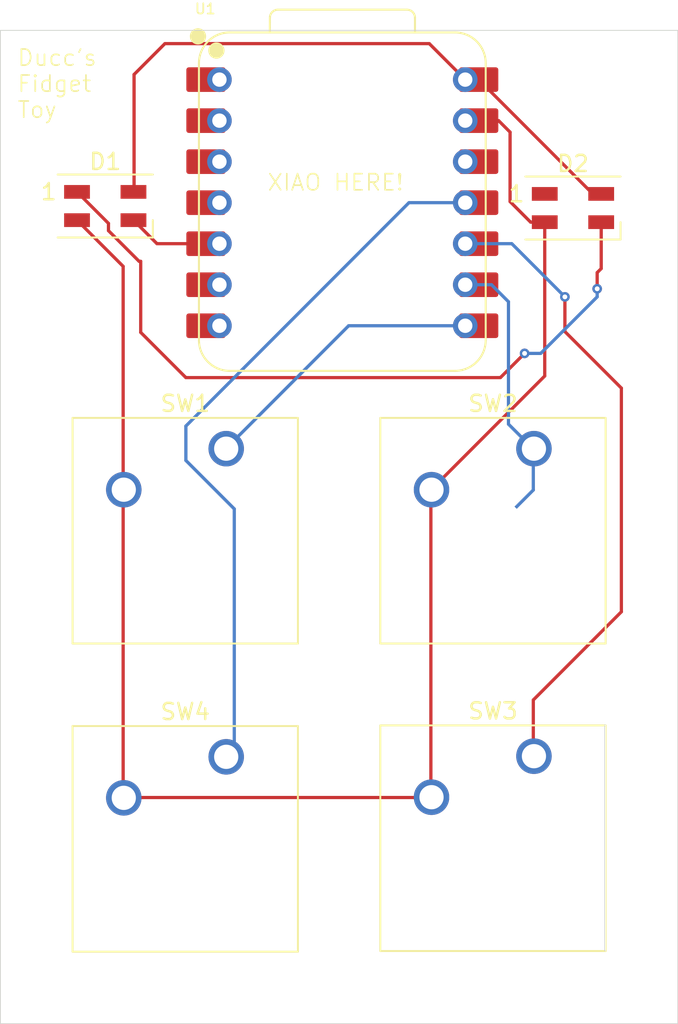
<source format=kicad_pcb>
(kicad_pcb (version 20240108) (generator "pcbnew") (generator_version "8.0")
  (layers (0 "F.Cu" signal) (31 "B.Cu" signal) (34 "B.Paste" user) (35 "F.Paste" user) (36 "B.SilkS" user "B.Silkscreen") (37 "F.SilkS" user "F.Silkscreen") (38 "B.Mask" user) (39 "F.Mask" user) (44 "Edge.Cuts" user))
  (net 0 "")
  (net 1 "Net-(D1-DIN)")
  (net 2 "Net-(D1-DOUT)")
  (net 3 "GND")
  (net 4 "+5V")
  (net 6 "Net-(U1-GPIO1{slash}RX)")
  (net 7 "Net-(U1-GPIO2{slash}SCK)")
  (net 8 "Net-(U1-GPIO4{slash}MISO)")
  (net 9 "Net-(U1-GPIO3{slash}MOSI)")
  (footprint "LED_SMD:LED_SK6812MINI_PLCC4_3.5x3.5mm_P1.75mm" (layer "F.Cu") (at 95 39.375)
    (property "Reference" "D1" (at 0 -2.75 0) (layer "F.SilkS"))
    (property "Value" "SK6812MINI")
    (fp_line (start -2.95 -1.95) (end 2.95 -1.95) (stroke (width 0.12)) (layer "F.SilkS"))
    (fp_line (start -2.95 1.95) (end 2.95 1.95) (stroke (width 0.12)) (layer "F.SilkS"))
    (fp_line (start 2.95 1.95) (end 2.95 0.875) (stroke (width 0.12)) (layer "F.SilkS"))
    (fp_text user "1" (at -3.5 -0.875 0) (layer "F.SilkS"))
    (pad "1" smd rect (at -1.75 -0.875) (size 1.6 0.85) (layers "F.Cu" "F.Paste" "F.Mask") (net 2 "Net-(D1-DOUT)"))
    (pad "2" smd rect (at -1.75 0.875) (size 1.6 0.85) (layers "F.Cu" "F.Paste" "F.Mask") (net 3 "GND"))
    (pad "3" smd rect (at 1.75 0.875) (size 1.6 0.85) (layers "F.Cu" "F.Paste" "F.Mask") (net 1 "Net-(D1-DIN)"))
    (pad "4" smd rect (at 1.75 -0.875) (size 1.6 0.85) (layers "F.Cu" "F.Paste" "F.Mask") (net 4 "+5V"))
  )
  (footprint "Button_Switch_Keyboard:SW_Cherry_MX_1.00u_PCB" (layer "F.Cu") (at 121.58 73.44)
    (property "Reference" "SW3" (at -2.54 -2.794 0) (layer "F.SilkS"))
    (property "Value" "SW_Push")
    (fp_line (start -9.525 -1.905) (end 4.445 -1.905) (stroke (width 0.12)) (layer "F.SilkS"))
    (fp_line (start -9.525 12.065) (end -9.525 -1.905) (stroke (width 0.12)) (layer "F.SilkS"))
    (fp_line (start 4.445 -1.905) (end 4.445 12.065) (stroke (width 0.12)) (layer "F.SilkS"))
    (fp_line (start 4.445 12.065) (end -9.525 12.065) (stroke (width 0.12)) (layer "F.SilkS"))
    (pad "" np_thru_hole circle (at -7.62 5.08) (size 1.7 1.7) (drill 1.7) (layers "*.Cu" "*.Mask"))
    (pad "" np_thru_hole circle (at -2.54 5.08) (size 4 4) (drill 4) (layers "*.Cu" "*.Mask"))
    (pad "" np_thru_hole circle (at 2.54 5.08) (size 1.7 1.7) (drill 1.7) (layers "*.Cu" "*.Mask"))
    (pad "1" thru_hole circle (at 0 0) (size 2.2 2.2) (drill 1.5) (layers "*.Cu" "*.Mask") (net 8 "Net-(U1-GPIO4{slash}MISO)"))
    (pad "2" thru_hole circle (at -6.35 2.54) (size 2.2 2.2) (drill 1.5) (layers "*.Cu" "*.Mask") (net 3 "GND"))
  )
  (footprint "Button_Switch_Keyboard:SW_Cherry_MX_1.00u_PCB" (layer "F.Cu") (at 121.58 54.4)
    (property "Reference" "SW2" (at -2.54 -2.794 0) (layer "F.SilkS"))
    (property "Value" "SW_Push")
    (fp_line (start -9.525 -1.905) (end 4.445 -1.905) (stroke (width 0.12)) (layer "F.SilkS"))
    (fp_line (start -9.525 12.065) (end -9.525 -1.905) (stroke (width 0.12)) (layer "F.SilkS"))
    (fp_line (start 4.445 -1.905) (end 4.445 12.065) (stroke (width 0.12)) (layer "F.SilkS"))
    (fp_line (start 4.445 12.065) (end -9.525 12.065) (stroke (width 0.12)) (layer "F.SilkS"))
    (pad "" np_thru_hole circle (at -7.62 5.08) (size 1.7 1.7) (drill 1.7) (layers "*.Cu" "*.Mask"))
    (pad "" np_thru_hole circle (at -2.54 5.08) (size 4 4) (drill 4) (layers "*.Cu" "*.Mask"))
    (pad "" np_thru_hole circle (at 2.54 5.08) (size 1.7 1.7) (drill 1.7) (layers "*.Cu" "*.Mask"))
    (pad "1" thru_hole circle (at 0 0) (size 2.2 2.2) (drill 1.5) (layers "*.Cu" "*.Mask") (net 7 "Net-(U1-GPIO2{slash}SCK)"))
    (pad "2" thru_hole circle (at -6.35 2.54) (size 2.2 2.2) (drill 1.5) (layers "*.Cu" "*.Mask") (net 3 "GND"))
  )
  (footprint "LED_SMD:LED_SK6812MINI_PLCC4_3.5x3.5mm_P1.75mm" (layer "F.Cu") (at 124 39.5)
    (property "Reference" "D2" (at 0 -2.75 0) (layer "F.SilkS"))
    (property "Value" "SK6812MINI")
    (fp_line (start -2.95 -1.95) (end 2.95 -1.95) (stroke (width 0.12)) (layer "F.SilkS"))
    (fp_line (start -2.95 1.95) (end 2.95 1.95) (stroke (width 0.12)) (layer "F.SilkS"))
    (fp_line (start 2.95 1.95) (end 2.95 0.875) (stroke (width 0.12)) (layer "F.SilkS"))
    (fp_text user "1" (at -3.5 -0.875 0) (layer "F.SilkS"))
    (pad "1" smd rect (at -1.75 -0.875) (size 1.6 0.85) (layers "F.Cu" "F.Paste" "F.Mask"))
    (pad "2" smd rect (at -1.75 0.875) (size 1.6 0.85) (layers "F.Cu" "F.Paste" "F.Mask") (net 3 "GND"))
    (pad "3" smd rect (at 1.75 0.875) (size 1.6 0.85) (layers "F.Cu" "F.Paste" "F.Mask") (net 2 "Net-(D1-DOUT)"))
    (pad "4" smd rect (at 1.75 -0.875) (size 1.6 0.85) (layers "F.Cu" "F.Paste" "F.Mask") (net 4 "+5V"))
  )
  (footprint "Button_Switch_Keyboard:SW_Cherry_MX_1.00u_PCB" (layer "F.Cu") (at 102.5 73.48)
    (property "Reference" "SW4" (at -2.54 -2.794 0) (layer "F.SilkS"))
    (property "Value" "SW_Push")
    (fp_line (start -9.525 -1.905) (end 4.445 -1.905) (stroke (width 0.12)) (layer "F.SilkS"))
    (fp_line (start -9.525 12.065) (end -9.525 -1.905) (stroke (width 0.12)) (layer "F.SilkS"))
    (fp_line (start 4.445 -1.905) (end 4.445 12.065) (stroke (width 0.12)) (layer "F.SilkS"))
    (fp_line (start 4.445 12.065) (end -9.525 12.065) (stroke (width 0.12)) (layer "F.SilkS"))
    (pad "" np_thru_hole circle (at -7.62 5.08) (size 1.7 1.7) (drill 1.7) (layers "*.Cu" "*.Mask"))
    (pad "" np_thru_hole circle (at -2.54 5.08) (size 4 4) (drill 4) (layers "*.Cu" "*.Mask"))
    (pad "" np_thru_hole circle (at 2.54 5.08) (size 1.7 1.7) (drill 1.7) (layers "*.Cu" "*.Mask"))
    (pad "1" thru_hole circle (at 0 0) (size 2.2 2.2) (drill 1.5) (layers "*.Cu" "*.Mask") (net 9 "Net-(U1-GPIO3{slash}MOSI)"))
    (pad "2" thru_hole circle (at -6.35 2.54) (size 2.2 2.2) (drill 1.5) (layers "*.Cu" "*.Mask") (net 3 "GND"))
  )
  (footprint "Button_Switch_Keyboard:SW_Cherry_MX_1.00u_PCB" (layer "F.Cu") (at 102.5 54.4)
    (property "Reference" "SW1" (at -2.54 -2.794 0) (layer "F.SilkS"))
    (property "Value" "SW_Push")
    (fp_line (start -9.525 -1.905) (end 4.445 -1.905) (stroke (width 0.12)) (layer "F.SilkS"))
    (fp_line (start -9.525 12.065) (end -9.525 -1.905) (stroke (width 0.12)) (layer "F.SilkS"))
    (fp_line (start 4.445 -1.905) (end 4.445 12.065) (stroke (width 0.12)) (layer "F.SilkS"))
    (fp_line (start 4.445 12.065) (end -9.525 12.065) (stroke (width 0.12)) (layer "F.SilkS"))
    (pad "" np_thru_hole circle (at -7.62 5.08) (size 1.7 1.7) (drill 1.7) (layers "*.Cu" "*.Mask"))
    (pad "" np_thru_hole circle (at -2.54 5.08) (size 4 4) (drill 4) (layers "*.Cu" "*.Mask"))
    (pad "" np_thru_hole circle (at 2.54 5.08) (size 1.7 1.7) (drill 1.7) (layers "*.Cu" "*.Mask"))
    (pad "1" thru_hole circle (at 0 0) (size 2.2 2.2) (drill 1.5) (layers "*.Cu" "*.Mask") (net 6 "Net-(U1-GPIO1{slash}RX)"))
    (pad "2" thru_hole circle (at -6.35 2.54) (size 2.2 2.2) (drill 1.5) (layers "*.Cu" "*.Mask") (net 3 "GND"))
  )
  (footprint "OPL:XIAO-RP2040-DIP" (layer "F.Cu") (at 109.7 39.1685)
    (property "Reference" "U1" (at -8.5 -12 0) (layer "F.SilkS") (effects (font (size 0.635 0.635) (thickness 0.1016))))
    (property "Value" "XIAO-RP2040-DIP")
    (fp_line (start -8.89 8.509) (end -8.89 -8.636) (stroke (width 0.127)) (layer "F.SilkS"))
    (fp_line (start -6.985 10.414) (end 6.985 10.414) (stroke (width 0.127)) (layer "F.SilkS"))
    (fp_line (start -4.495 -10.541) (end -4.491272 -11.451272) (stroke (width 0.127)) (layer "F.SilkS"))
    (fp_line (start -3.991272 -11.951) (end 4.004 -11.951) (stroke (width 0.127)) (layer "F.SilkS"))
    (fp_line (start 4.504 -11.451) (end 4.504 -10.541) (stroke (width 0.127)) (layer "F.SilkS"))
    (fp_line (start 6.985 -10.541) (end -6.985 -10.541) (stroke (width 0.1)) (layer "F.SilkS"))
    (fp_line (start 6.985 -10.541) (end -6.985 -10.541) (stroke (width 0.127)) (layer "F.SilkS"))
    (fp_line (start 8.89 8.509) (end 8.89 -8.636) (stroke (width 0.127)) (layer "F.SilkS"))
    (fp_arc (start -8.89 -8.636) (mid -8.332038 -9.983038) (end -6.985 -10.541) (stroke (width 0.127)) (layer "F.SilkS"))
    (fp_arc (start -6.985 10.414) (mid -8.332038 9.856038) (end -8.89 8.509) (stroke (width 0.127)) (layer "F.SilkS"))
    (fp_arc (start -4.491272 -11.451272) (mid -4.344724 -11.804644) (end -3.991272 -11.951) (stroke (width 0.127)) (layer "F.SilkS"))
    (fp_arc (start 4.004 -11.951) (mid 4.357553 -11.804553) (end 4.504 -11.451) (stroke (width 0.127)) (layer "F.SilkS"))
    (fp_arc (start 6.985 -10.541) (mid 8.332038 -9.983038) (end 8.89 -8.636) (stroke (width 0.127)) (layer "F.SilkS"))
    (fp_arc (start 8.89 8.509) (mid 8.332038 9.856038) (end 6.985 10.414) (stroke (width 0.127)) (layer "F.SilkS"))
    (fp_circle (center -8.95 -10.3) (end -8.95 -10.554) (stroke (width 0.5)) (fill solid) (layer "F.SilkS"))
    (fp_circle (center -7.807 -9.42) (end -7.807 -9.674) (stroke (width 0.5)) (fill solid) (layer "F.SilkS"))
    (pad "1" smd roundrect (at -8.455 -7.62 180) (size 2.432 1.524) (layers "F.Cu" "F.Mask") (roundrect_rratio 0.1))
    (pad "1" thru_hole circle (at -7.62 -7.62 180) (size 1.524 1.524) (drill 0.889) (layers "*.Cu" "*.Mask"))
    (pad "2" smd roundrect (at -8.455 -5.08 180) (size 2.432 1.524) (layers "F.Cu" "F.Mask") (roundrect_rratio 0.1))
    (pad "2" thru_hole circle (at -7.62 -5.08 180) (size 1.524 1.524) (drill 0.889) (layers "*.Cu" "*.Mask"))
    (pad "3" smd roundrect (at -8.455 -2.54 180) (size 2.432 1.524) (layers "F.Cu" "F.Mask") (roundrect_rratio 0.1))
    (pad "3" thru_hole circle (at -7.62 -2.54 180) (size 1.524 1.524) (drill 0.889) (layers "*.Cu" "*.Mask"))
    (pad "4" smd roundrect (at -8.455 0 180) (size 2.432 1.524) (layers "F.Cu" "F.Mask") (roundrect_rratio 0.1))
    (pad "4" thru_hole circle (at -7.62 0 180) (size 1.524 1.524) (drill 0.889) (layers "*.Cu" "*.Mask"))
    (pad "5" smd roundrect (at -8.455 2.54 180) (size 2.432 1.524) (layers "F.Cu" "F.Mask") (roundrect_rratio 0.1) (net 1 "Net-(D1-DIN)"))
    (pad "5" thru_hole circle (at -7.62 2.54 180) (size 1.524 1.524) (drill 0.889) (layers "*.Cu" "*.Mask") (net 1 "Net-(D1-DIN)"))
    (pad "6" smd roundrect (at -8.455 5.08 180) (size 2.432 1.524) (layers "F.Cu" "F.Mask") (roundrect_rratio 0.1))
    (pad "6" thru_hole circle (at -7.62 5.08 180) (size 1.524 1.524) (drill 0.889) (layers "*.Cu" "*.Mask"))
    (pad "7" smd roundrect (at -8.455 7.62 180) (size 2.432 1.524) (layers "F.Cu" "F.Mask") (roundrect_rratio 0.1))
    (pad "7" thru_hole circle (at -7.62 7.62 180) (size 1.524 1.524) (drill 0.889) (layers "*.Cu" "*.Mask"))
    (pad "8" thru_hole circle (at 7.62 7.62) (size 1.524 1.524) (drill 0.889) (layers "*.Cu" "*.Mask") (net 6 "Net-(U1-GPIO1{slash}RX)"))
    (pad "8" smd roundrect (at 8.455 7.62) (size 2.432 1.524) (layers "F.Cu" "F.Mask") (roundrect_rratio 0.1) (net 6 "Net-(U1-GPIO1{slash}RX)"))
    (pad "9" thru_hole circle (at 7.62 5.08) (size 1.524 1.524) (drill 0.889) (layers "*.Cu" "*.Mask") (net 7 "Net-(U1-GPIO2{slash}SCK)"))
    (pad "9" smd roundrect (at 8.455 5.08) (size 2.432 1.524) (layers "F.Cu" "F.Mask") (roundrect_rratio 0.1) (net 7 "Net-(U1-GPIO2{slash}SCK)"))
    (pad "10" thru_hole circle (at 7.62 2.54) (size 1.524 1.524) (drill 0.889) (layers "*.Cu" "*.Mask") (net 8 "Net-(U1-GPIO4{slash}MISO)"))
    (pad "10" smd roundrect (at 8.455 2.54) (size 2.432 1.524) (layers "F.Cu" "F.Mask") (roundrect_rratio 0.1) (net 8 "Net-(U1-GPIO4{slash}MISO)"))
    (pad "11" thru_hole circle (at 7.62 0) (size 1.524 1.524) (drill 0.889) (layers "*.Cu" "*.Mask") (net 9 "Net-(U1-GPIO3{slash}MOSI)"))
    (pad "11" smd roundrect (at 8.455 0) (size 2.432 1.524) (layers "F.Cu" "F.Mask") (roundrect_rratio 0.1) (net 9 "Net-(U1-GPIO3{slash}MOSI)"))
    (pad "12" thru_hole circle (at 7.62 -2.54) (size 1.524 1.524) (drill 0.889) (layers "*.Cu" "*.Mask"))
    (pad "12" smd roundrect (at 8.455 -2.54) (size 2.432 1.524) (layers "F.Cu" "F.Mask") (roundrect_rratio 0.1))
    (pad "13" thru_hole circle (at 7.62 -5.08) (size 1.524 1.524) (drill 0.889) (layers "*.Cu" "*.Mask") (net 3 "GND"))
    (pad "13" smd roundrect (at 8.455 -5.08) (size 2.432 1.524) (layers "F.Cu" "F.Mask") (roundrect_rratio 0.1) (net 3 "GND"))
    (pad "14" thru_hole circle (at 7.62 -7.62) (size 1.524 1.524) (drill 0.889) (layers "*.Cu" "*.Mask") (net 4 "+5V"))
    (pad "14" smd roundrect (at 8.455 -7.62) (size 2.432 1.524) (layers "F.Cu" "F.Mask") (roundrect_rratio 0.1) (net 4 "+5V"))
  )
  (gr_rect (start 88.5 28.5) (end 130.5 90) (stroke (width 0.05)) (fill none) (layer "Edge.Cuts"))
  (gr_rect (start 125.9746 71.5) (end 126 85.5) (stroke (width 0.05)) (fill none) (layer "Edge.Cuts"))
  (gr_text "Ducc's \nFidget\nToy" (at 89.5 34 0) (layer "F.SilkS") (effects (font (size 1 1) (thickness 0.1)) (justify left bottom)))
  (gr_text "XIAO HERE!" (at 105 38.5 0) (layer "F.SilkS") (effects (font (size 1 1) (thickness 0.1)) (justify left bottom)))
  (segment (start 98.2085 41.7085) (end 96.75 40.25) (width 0.2) (layer "F.Cu") (net 1))
  (segment (start 102.08 41.7085) (end 98.2085 41.7085) (width 0.2) (layer "F.Cu") (net 1))
  (segment (start 97.2 47.2) (end 100 50) (width 0.2) (layer "F.Cu") (net 2))
  (segment (start 119.5 50) (end 121 48.5) (width 0.2) (layer "F.Cu") (net 2))
  (segment (start 95.2 40.45) (end 95.2 40.9) (width 0.2) (layer "F.Cu") (net 2))
  (segment (start 93.25 38.5) (end 95.2 40.45) (width 0.2) (layer "F.Cu") (net 2))
  (segment (start 95.2 40.9) (end 97.1 42.8) (width 0.2) (layer "F.Cu") (net 2))
  (segment (start 125.5 44.5) (end 125.5 43.5) (width 0.2) (layer "F.Cu") (net 2))
  (segment (start 97.2 42.8) (end 97.2 47.2) (width 0.2) (layer "F.Cu") (net 2))
  (segment (start 100 50) (end 119.5 50) (width 0.2) (layer "F.Cu") (net 2))
  (segment (start 125.5 43.5) (end 125.75 43.25) (width 0.2) (layer "F.Cu") (net 2))
  (segment (start 125.75 43.25) (end 125.75 40.375) (width 0.2) (layer "F.Cu") (net 2))
  (segment (start 97.1 42.8) (end 97.2 42.8) (width 0.2) (layer "F.Cu") (net 2))
  (via (at 121 48.5) (size 0.6) (drill 0.3) (layers "F.Cu" "B.Cu") (net 2))
  (via (at 125.5 44.5) (size 0.6) (drill 0.3) (layers "F.Cu" "B.Cu") (net 2))
  (segment (start 121 48.5) (end 122 48.5) (width 0.2) (layer "B.Cu") (net 2))
  (segment (start 122 48.5) (end 125.5 45) (width 0.2) (layer "B.Cu") (net 2))
  (segment (start 125.5 45) (end 125.5 44.5) (width 0.2) (layer "B.Cu") (net 2))
  (segment (start 96.11 56.96) (end 96.11 43.11) (width 0.2) (layer "F.Cu") (net 3))
  (segment (start 96.11 76.04) (end 96.11 56.96) (width 0.2) (layer "F.Cu") (net 3))
  (segment (start 122.25 40.375) (end 121.375 40.375) (width 0.2) (layer "F.Cu") (net 3))
  (segment (start 96.15 76) (end 96.11 76.04) (width 0.2) (layer "F.Cu") (net 3))
  (segment (start 120.1 39.1) (end 120.1 34.8) (width 0.2) (layer "F.Cu") (net 3))
  (segment (start 122.25 49.9) (end 115.19 56.96) (width 0.2) (layer "F.Cu") (net 3))
  (segment (start 115.19 76) (end 96.15 76) (width 0.2) (layer "F.Cu") (net 3))
  (segment (start 96.11 43.11) (end 93.25 40.25) (width 0.2) (layer "F.Cu") (net 3))
  (segment (start 120.1 34.8) (end 119.3885 34.0885) (width 0.2) (layer "F.Cu") (net 3))
  (segment (start 119.3885 34.0885) (end 117.32 34.0885) (width 0.2) (layer "F.Cu") (net 3))
  (segment (start 121.375 40.375) (end 120.1 39.1) (width 0.2) (layer "F.Cu") (net 3))
  (segment (start 122.25 40.375) (end 122.25 49.9) (width 0.2) (layer "F.Cu") (net 3))
  (segment (start 115.19 56.96) (end 115.19 76) (width 0.2) (layer "F.Cu") (net 3))
  (segment (start 125.2315 38.625) (end 118.155 31.5485) (width 0.2) (layer "F.Cu") (net 4))
  (segment (start 96.7875 31.2325) (end 98.7 29.32) (width 0.2) (layer "F.Cu") (net 4))
  (segment (start 98.7 29.32) (end 115.0915 29.32) (width 0.2) (layer "F.Cu") (net 4))
  (segment (start 125.75 38.625) (end 125.2315 38.625) (width 0.2) (layer "F.Cu") (net 4))
  (segment (start 96.7875 38.32) (end 96.7875 31.2325) (width 0.2) (layer "F.Cu") (net 4))
  (segment (start 115.0915 29.32) (end 117.32 31.5485) (width 0.2) (layer "F.Cu") (net 4))
  (segment (start 102.46 54.42) (end 110.0915 46.7885) (width 0.2) (layer "B.Cu") (net 6))
  (segment (start 110.0915 46.7885) (end 117.32 46.7885) (width 0.2) (layer "B.Cu") (net 6))
  (segment (start 120 45.3) (end 118.9485 44.2485) (width 0.2) (layer "B.Cu") (net 7))
  (segment (start 118.9485 44.2485) (end 117.32 44.2485) (width 0.2) (layer "B.Cu") (net 7))
  (segment (start 121.54 56.96) (end 121.54 54.42) (width 0.2) (layer "B.Cu") (net 7))
  (segment (start 121.54 54.42) (end 120 52.88) (width 0.2) (layer "B.Cu") (net 7))
  (segment (start 120 52.88) (end 120 45.3) (width 0.2) (layer "B.Cu") (net 7))
  (segment (start 119 59.5) (end 121.54 56.96) (width 0.2) (layer "B.Cu") (net 7))
  (segment (start 127 64.5) (end 121.54 69.96) (width 0.2) (layer "F.Cu") (net 8))
  (segment (start 121.54 69.96) (end 121.54 73.46) (width 0.2) (layer "F.Cu") (net 8))
  (segment (start 127 50.65) (end 127 64.5) (width 0.2) (layer "F.Cu") (net 8))
  (segment (start 123.5 47.15) (end 127 50.65) (width 0.2) (layer "F.Cu") (net 8))
  (segment (start 123.5 45) (end 123.5 47.15) (width 0.2) (layer "F.Cu") (net 8))
  (via (at 123.5 45) (size 0.6) (drill 0.3) (layers "F.Cu" "B.Cu") (net 8))
  (segment (start 123.5 45) (end 120.2085 41.7085) (width 0.2) (layer "B.Cu") (net 8))
  (segment (start 120.2085 41.7085) (end 117.32 41.7085) (width 0.2) (layer "B.Cu") (net 8))
  (segment (start 103 58.128299) (end 100 55.128299) (width 0.2) (layer "B.Cu") (net 9))
  (segment (start 100 55.128299) (end 100 53) (width 0.2) (layer "B.Cu") (net 9))
  (segment (start 113.8315 39.1685) (end 117.32 39.1685) (width 0.2) (layer "B.Cu") (net 9))
  (segment (start 102.46 73.5) (end 103 72.96) (width 0.2) (layer "B.Cu") (net 9))
  (segment (start 100 53) (end 113.8315 39.1685) (width 0.2) (layer "B.Cu") (net 9))
  (segment (start 103 72.96) (end 103 58.128299) (width 0.2) (layer "B.Cu") (net 9))
)
</source>
